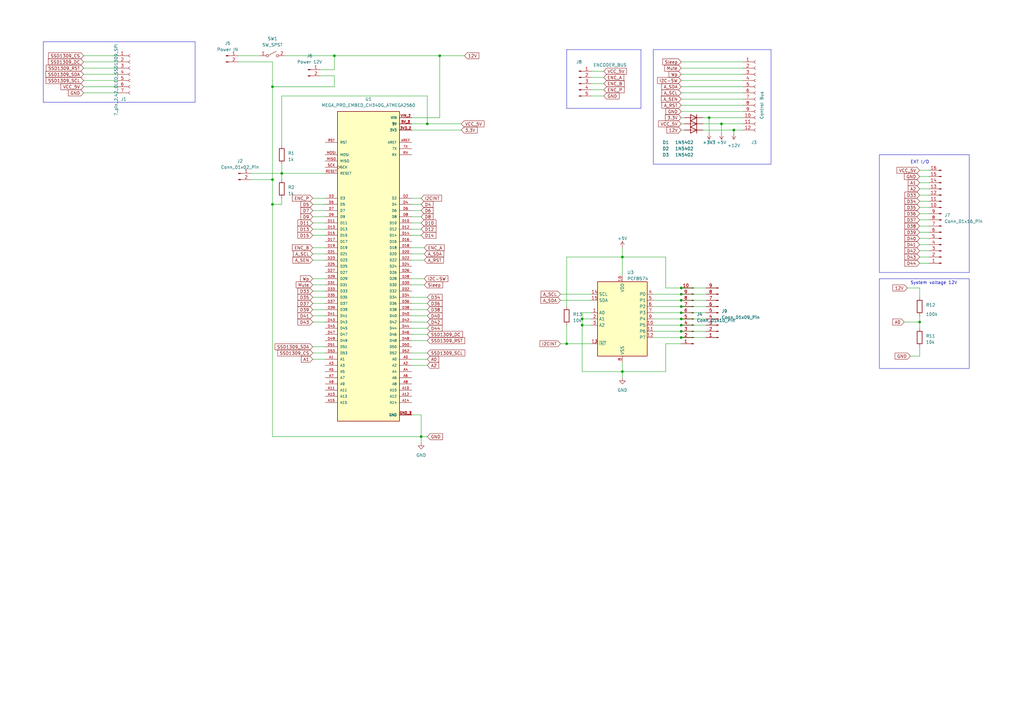
<source format=kicad_sch>
(kicad_sch (version 20230121) (generator eeschema)
  (paper "A3")
  (lib_symbols
    (symbol "+5V_1" (power) (pin_names (offset 0))
      (property "Value" "+5V_1" (at 0 3.556 0))
      (symbol "+5V_1_1_1"
        (pin power_in line (at 0 0 90) (length 0) hide (name "+5V") (number "1"))
      )
    )
    (symbol "Connector:Conn_01x02_Male" (pin_names (offset 1.016) hide)
      (property "Reference" "J" (at 0 2.54 0))
      (property "Value" "Conn_01x02_Male" (at 0 -5.08 0))
      (symbol "Conn_01x02_Male_1_1"
        (pin passive line (at 5.08 0 180) (length 3.81) (name "Pin_1") (number "1"))
        (pin passive line (at 5.08 -2.54 180) (length 3.81) (name "Pin_2") (number "2"))
      )
    )
    (symbol "Connector:Conn_01x02_Pin" (pin_names (offset 1.016) hide)
      (property "Reference" "J" (at 0 2.54 0))
      (property "Value" "Conn_01x02_Pin" (at 0 -5.08 0))
      (symbol "Conn_01x02_Pin_1_1"
        (pin passive line (at 5.08 0 180) (length 3.81) (name "Pin_1") (number "1"))
        (pin passive line (at 5.08 -2.54 180) (length 3.81) (name "Pin_2") (number "2"))
      )
    )
    (symbol "Connector:Conn_01x05_Male" (pin_names (offset 1.016) hide)
      (property "Reference" "J" (at 0 7.62 0))
      (property "Value" "Conn_01x05_Male" (at 0 -7.62 0))
      (symbol "Conn_01x05_Male_1_1"
        (pin passive line (at 5.08 5.08 180) (length 3.81) (name "Pin_1") (number "1"))
        (pin passive line (at 5.08 2.54 180) (length 3.81) (name "Pin_2") (number "2"))
        (pin passive line (at 5.08 0 180) (length 3.81) (name "Pin_3") (number "3"))
        (pin passive line (at 5.08 -2.54 180) (length 3.81) (name "Pin_4") (number "4"))
        (pin passive line (at 5.08 -5.08 180) (length 3.81) (name "Pin_5") (number "5"))
      )
    )
    (symbol "Connector:Conn_01x07_Female" (pin_names (offset 1.016) hide)
      (property "Reference" "J" (at 0 10.16 0))
      (property "Value" "Conn_01x07_Female" (at 0 -10.16 0))
      (symbol "Conn_01x07_Female_1_1"
        (pin passive line (at -5.08 7.62 0) (length 3.81) (name "Pin_1") (number "1"))
        (pin passive line (at -5.08 5.08 0) (length 3.81) (name "Pin_2") (number "2"))
        (pin passive line (at -5.08 2.54 0) (length 3.81) (name "Pin_3") (number "3"))
        (pin passive line (at -5.08 0 0) (length 3.81) (name "Pin_4") (number "4"))
        (pin passive line (at -5.08 -2.54 0) (length 3.81) (name "Pin_5") (number "5"))
        (pin passive line (at -5.08 -5.08 0) (length 3.81) (name "Pin_6") (number "6"))
        (pin passive line (at -5.08 -7.62 0) (length 3.81) (name "Pin_7") (number "7"))
      )
    )
    (symbol "Connector:Conn_01x09_Pin" (pin_names (offset 1.016) hide)
      (property "Reference" "J" (at 0 12.7 0))
      (property "Value" "Conn_01x09_Pin" (at 0 -12.7 0))
      (symbol "Conn_01x09_Pin_1_1"
        (pin passive line (at 5.08 10.16 180) (length 3.81) (name "Pin_1") (number "1"))
        (pin passive line (at 5.08 7.62 180) (length 3.81) (name "Pin_2") (number "2"))
        (pin passive line (at 5.08 5.08 180) (length 3.81) (name "Pin_3") (number "3"))
        (pin passive line (at 5.08 2.54 180) (length 3.81) (name "Pin_4") (number "4"))
        (pin passive line (at 5.08 0 180) (length 3.81) (name "Pin_5") (number "5"))
        (pin passive line (at 5.08 -2.54 180) (length 3.81) (name "Pin_6") (number "6"))
        (pin passive line (at 5.08 -5.08 180) (length 3.81) (name "Pin_7") (number "7"))
        (pin passive line (at 5.08 -7.62 180) (length 3.81) (name "Pin_8") (number "8"))
        (pin passive line (at 5.08 -10.16 180) (length 3.81) (name "Pin_9") (number "9"))
      )
    )
    (symbol "Connector:Conn_01x10_Pin" (pin_names (offset 1.016) hide)
      (property "Reference" "J" (at 0 12.7 0))
      (property "Value" "Conn_01x10_Pin" (at 0 -15.24 0))
      (symbol "Conn_01x10_Pin_1_1"
        (pin passive line (at 5.08 10.16 180) (length 3.81) (name "Pin_1") (number "1"))
        (pin passive line (at 5.08 -12.7 180) (length 3.81) (name "Pin_10") (number "10"))
        (pin passive line (at 5.08 7.62 180) (length 3.81) (name "Pin_2") (number "2"))
        (pin passive line (at 5.08 5.08 180) (length 3.81) (name "Pin_3") (number "3"))
        (pin passive line (at 5.08 2.54 180) (length 3.81) (name "Pin_4") (number "4"))
        (pin passive line (at 5.08 0 180) (length 3.81) (name "Pin_5") (number "5"))
        (pin passive line (at 5.08 -2.54 180) (length 3.81) (name "Pin_6") (number "6"))
        (pin passive line (at 5.08 -5.08 180) (length 3.81) (name "Pin_7") (number "7"))
        (pin passive line (at 5.08 -7.62 180) (length 3.81) (name "Pin_8") (number "8"))
        (pin passive line (at 5.08 -10.16 180) (length 3.81) (name "Pin_9") (number "9"))
      )
    )
    (symbol "Connector:Conn_01x12_Female" (pin_names (offset 1.016) hide)
      (property "Reference" "J" (at 0 15.24 0))
      (property "Value" "Conn_01x12_Female" (at 0 -17.78 0))
      (symbol "Conn_01x12_Female_1_1"
        (pin passive line (at -5.08 12.7 0) (length 3.81) (name "Pin_1") (number "1"))
        (pin passive line (at -5.08 -10.16 0) (length 3.81) (name "Pin_10") (number "10"))
        (pin passive line (at -5.08 -12.7 0) (length 3.81) (name "Pin_11") (number "11"))
        (pin passive line (at -5.08 -15.24 0) (length 3.81) (name "Pin_12") (number "12"))
        (pin passive line (at -5.08 10.16 0) (length 3.81) (name "Pin_2") (number "2"))
        (pin passive line (at -5.08 7.62 0) (length 3.81) (name "Pin_3") (number "3"))
        (pin passive line (at -5.08 5.08 0) (length 3.81) (name "Pin_4") (number "4"))
        (pin passive line (at -5.08 2.54 0) (length 3.81) (name "Pin_5") (number "5"))
        (pin passive line (at -5.08 0 0) (length 3.81) (name "Pin_6") (number "6"))
        (pin passive line (at -5.08 -2.54 0) (length 3.81) (name "Pin_7") (number "7"))
        (pin passive line (at -5.08 -5.08 0) (length 3.81) (name "Pin_8") (number "8"))
        (pin passive line (at -5.08 -7.62 0) (length 3.81) (name "Pin_9") (number "9"))
      )
    )
    (symbol "Connector:Conn_01x16_Pin" (pin_names (offset 1.016) hide)
      (property "Reference" "J" (at 0 20.32 0))
      (property "Value" "Conn_01x16_Pin" (at 0 -22.86 0))
      (symbol "Conn_01x16_Pin_1_1"
        (pin passive line (at 5.08 17.78 180) (length 3.81) (name "Pin_1") (number "1"))
        (pin passive line (at 5.08 -5.08 180) (length 3.81) (name "Pin_10") (number "10"))
        (pin passive line (at 5.08 -7.62 180) (length 3.81) (name "Pin_11") (number "11"))
        (pin passive line (at 5.08 -10.16 180) (length 3.81) (name "Pin_12") (number "12"))
        (pin passive line (at 5.08 -12.7 180) (length 3.81) (name "Pin_13") (number "13"))
        (pin passive line (at 5.08 -15.24 180) (length 3.81) (name "Pin_14") (number "14"))
        (pin passive line (at 5.08 -17.78 180) (length 3.81) (name "Pin_15") (number "15"))
        (pin passive line (at 5.08 -20.32 180) (length 3.81) (name "Pin_16") (number "16"))
        (pin passive line (at 5.08 15.24 180) (length 3.81) (name "Pin_2") (number "2"))
        (pin passive line (at 5.08 12.7 180) (length 3.81) (name "Pin_3") (number "3"))
        (pin passive line (at 5.08 10.16 180) (length 3.81) (name "Pin_4") (number "4"))
        (pin passive line (at 5.08 7.62 180) (length 3.81) (name "Pin_5") (number "5"))
        (pin passive line (at 5.08 5.08 180) (length 3.81) (name "Pin_6") (number "6"))
        (pin passive line (at 5.08 2.54 180) (length 3.81) (name "Pin_7") (number "7"))
        (pin passive line (at 5.08 0 180) (length 3.81) (name "Pin_8") (number "8"))
        (pin passive line (at 5.08 -2.54 180) (length 3.81) (name "Pin_9") (number "9"))
      )
    )
    (symbol "Device:R" (pin_numbers hide) (pin_names (offset 0))
      (property "Reference" "R" (at 2.032 0 90))
      (property "Value" "R" (at 0 0 90))
      (symbol "R_1_1"
        (pin passive line (at 0 3.81 270) (length 1.27) (name "~") (number "1"))
        (pin passive line (at 0 -3.81 90) (length 1.27) (name "~") (number "2"))
      )
    )
    (symbol "Diode:1N5402" (pin_numbers hide) (pin_names hide)
      (property "Reference" "D" (at 0 2.54 0))
      (property "Value" "1N5402" (at 0 -2.54 0))
      (symbol "1N5402_1_1"
        (pin passive line (at -3.81 0 0) (length 2.54) (name "K") (number "1"))
        (pin passive line (at 3.81 0 180) (length 2.54) (name "A") (number "2"))
      )
    )
    (symbol "Interface_Expansion:PCF8574"
      (property "Reference" "U" (at -8.89 16.51 0))
      (property "Value" "PCF8574" (at 2.54 16.51 0))
      (symbol "PCF8574_1_1"
        (pin input line (at -12.7 2.54 0) (length 2.54) (name "A0") (number "1"))
        (pin bidirectional line (at 12.7 -2.54 180) (length 2.54) (name "P5") (number "10"))
        (pin bidirectional line (at 12.7 -5.08 180) (length 2.54) (name "P6") (number "11"))
        (pin bidirectional line (at 12.7 -7.62 180) (length 2.54) (name "P7") (number "12"))
        (pin open_collector output_low (at -12.7 -10.16 0) (length 2.54) (name "~{INT}") (number "13"))
        (pin input line (at -12.7 10.16 0) (length 2.54) (name "SCL") (number "14"))
        (pin bidirectional line (at -12.7 7.62 0) (length 2.54) (name "SDA") (number "15"))
        (pin power_in line (at 0 17.78 270) (length 2.54) (name "VDD") (number "16"))
        (pin input line (at -12.7 0 0) (length 2.54) (name "A1") (number "2"))
        (pin input line (at -12.7 -2.54 0) (length 2.54) (name "A2") (number "3"))
        (pin bidirectional line (at 12.7 10.16 180) (length 2.54) (name "P0") (number "4"))
        (pin bidirectional line (at 12.7 7.62 180) (length 2.54) (name "P1") (number "5"))
        (pin bidirectional line (at 12.7 5.08 180) (length 2.54) (name "P2") (number "6"))
        (pin bidirectional line (at 12.7 2.54 180) (length 2.54) (name "P3") (number "7"))
        (pin power_in line (at 0 -17.78 90) (length 2.54) (name "VSS") (number "8"))
        (pin bidirectional line (at 12.7 0 180) (length 2.54) (name "P4") (number "9"))
      )
    )
    (symbol "MEGA2560:MEGA_PRO_EMBED_CH340G_ATMEGA2560" (pin_names (offset 1.016))
      (property "Reference" "U" (at -12.7 63.5 0))
      (property "Value" "MEGA_PRO_EMBED_CH340G_{slash}_ATMEGA2560" (at -12.7 -66.04 0))
      (symbol "MEGA_PRO_EMBED_CH340G_ATMEGA2560_0_0"
        (pin power_in line (at 17.78 55.88 180) (length 5.08) (name "3V3") (number "3V3_1"))
        (pin power_in line (at 17.78 55.88 180) (length 5.08) (name "3V3") (number "3V3_2"))
        (pin power_in line (at 17.78 58.42 180) (length 5.08) (name "5V") (number "5V_1"))
        (pin power_in line (at 17.78 58.42 180) (length 5.08) (name "5V") (number "5V_2"))
        (pin power_in line (at 17.78 58.42 180) (length 5.08) (name "5V") (number "5V_3"))
        (pin bidirectional line (at 17.78 -38.1 180) (length 5.08) (name "A0") (number "A0"))
        (pin bidirectional line (at -17.78 -38.1 0) (length 5.08) (name "A1") (number "A1"))
        (pin bidirectional line (at 17.78 -50.8 180) (length 5.08) (name "A10") (number "A10"))
        (pin bidirectional line (at -17.78 -50.8 0) (length 5.08) (name "A11") (number "A11"))
        (pin bidirectional line (at 17.78 -53.34 180) (length 5.08) (name "A12") (number "A12"))
        (pin bidirectional line (at -17.78 -53.34 0) (length 5.08) (name "A13") (number "A13"))
        (pin bidirectional line (at 17.78 -55.88 180) (length 5.08) (name "A14") (number "A14"))
        (pin bidirectional line (at -17.78 -55.88 0) (length 5.08) (name "A15") (number "A15"))
        (pin bidirectional line (at 17.78 -40.64 180) (length 5.08) (name "A2") (number "A2"))
        (pin bidirectional line (at -17.78 -40.64 0) (length 5.08) (name "A3") (number "A3"))
        (pin bidirectional line (at 17.78 -43.18 180) (length 5.08) (name "A4") (number "A4"))
        (pin bidirectional line (at -17.78 -43.18 0) (length 5.08) (name "A5") (number "A5"))
        (pin bidirectional line (at 17.78 -45.72 180) (length 5.08) (name "A6") (number "A6"))
        (pin bidirectional line (at -17.78 -45.72 0) (length 5.08) (name "A7") (number "A7"))
        (pin bidirectional line (at 17.78 -48.26 180) (length 5.08) (name "A8") (number "A8"))
        (pin bidirectional line (at -17.78 -48.26 0) (length 5.08) (name "A9") (number "A9"))
        (pin bidirectional line (at 17.78 50.8 180) (length 5.08) (name "AREF") (number "AREF"))
        (pin bidirectional line (at 17.78 17.78 180) (length 5.08) (name "D10") (number "D10"))
        (pin bidirectional line (at -17.78 17.78 0) (length 5.08) (name "D11") (number "D11"))
        (pin bidirectional line (at 17.78 15.24 180) (length 5.08) (name "D12") (number "D12"))
        (pin bidirectional line (at -17.78 15.24 0) (length 5.08) (name "D13") (number "D13"))
        (pin bidirectional line (at 17.78 12.7 180) (length 5.08) (name "D14") (number "D14"))
        (pin bidirectional line (at -17.78 12.7 0) (length 5.08) (name "D15") (number "D15"))
        (pin bidirectional line (at 17.78 10.16 180) (length 5.08) (name "D16") (number "D16"))
        (pin bidirectional line (at -17.78 10.16 0) (length 5.08) (name "D17") (number "D17"))
        (pin bidirectional line (at 17.78 7.62 180) (length 5.08) (name "D18") (number "D18"))
        (pin bidirectional line (at -17.78 7.62 0) (length 5.08) (name "D19") (number "D19"))
        (pin bidirectional line (at 17.78 27.94 180) (length 5.08) (name "D2") (number "D2"))
        (pin bidirectional line (at 17.78 5.08 180) (length 5.08) (name "D20") (number "D20"))
        (pin bidirectional line (at -17.78 5.08 0) (length 5.08) (name "D21") (number "D21"))
        (pin bidirectional line (at 17.78 2.54 180) (length 5.08) (name "D22") (number "D22"))
        (pin bidirectional line (at -17.78 2.54 0) (length 5.08) (name "D23") (number "D23"))
        (pin bidirectional line (at 17.78 0 180) (length 5.08) (name "D24") (number "D24"))
        (pin bidirectional line (at -17.78 0 0) (length 5.08) (name "D25") (number "D25"))
        (pin bidirectional line (at 17.78 -2.54 180) (length 5.08) (name "D26") (number "D26"))
        (pin bidirectional line (at -17.78 -2.54 0) (length 5.08) (name "D27") (number "D27"))
        (pin bidirectional line (at 17.78 -5.08 180) (length 5.08) (name "D28") (number "D28"))
        (pin bidirectional line (at -17.78 -5.08 0) (length 5.08) (name "D29") (number "D29"))
        (pin bidirectional line (at -17.78 27.94 0) (length 5.08) (name "D3") (number "D3"))
        (pin bidirectional line (at 17.78 -7.62 180) (length 5.08) (name "D30") (number "D30"))
        (pin bidirectional line (at -17.78 -7.62 0) (length 5.08) (name "D31") (number "D31"))
        (pin bidirectional line (at 17.78 -10.16 180) (length 5.08) (name "D32") (number "D32"))
        (pin bidirectional line (at -17.78 -10.16 0) (length 5.08) (name "D33") (number "D33"))
        (pin bidirectional line (at 17.78 -12.7 180) (length 5.08) (name "D34") (number "D34"))
        (pin bidirectional line (at -17.78 -12.7 0) (length 5.08) (name "D35") (number "D35"))
        (pin bidirectional line (at 17.78 -15.24 180) (length 5.08) (name "D36") (number "D36"))
        (pin bidirectional line (at -17.78 -15.24 0) (length 5.08) (name "D37") (number "D37"))
        (pin bidirectional line (at 17.78 -17.78 180) (length 5.08) (name "D38") (number "D38"))
        (pin bidirectional line (at -17.78 -17.78 0) (length 5.08) (name "D39") (number "D39"))
        (pin bidirectional line (at 17.78 25.4 180) (length 5.08) (name "D4") (number "D4"))
        (pin bidirectional line (at 17.78 -20.32 180) (length 5.08) (name "D40") (number "D40"))
        (pin bidirectional line (at -17.78 -20.32 0) (length 5.08) (name "D41") (number "D41"))
        (pin bidirectional line (at 17.78 -22.86 180) (length 5.08) (name "D42") (number "D42"))
        (pin bidirectional line (at -17.78 -22.86 0) (length 5.08) (name "D43") (number "D43"))
        (pin bidirectional line (at 17.78 -25.4 180) (length 5.08) (name "D44") (number "D44"))
        (pin bidirectional line (at -17.78 -25.4 0) (length 5.08) (name "D45") (number "D45"))
        (pin bidirectional line (at 17.78 -27.94 180) (length 5.08) (name "D46") (number "D46"))
        (pin bidirectional line (at -17.78 -27.94 0) (length 5.08) (name "D47") (number "D47"))
        (pin bidirectional line (at 17.78 -30.48 180) (length 5.08) (name "D48") (number "D48"))
        (pin bidirectional line (at -17.78 -30.48 0) (length 5.08) (name "D49") (number "D49"))
        (pin bidirectional line (at -17.78 25.4 0) (length 5.08) (name "D5") (number "D5"))
        (pin bidirectional line (at 17.78 -33.02 180) (length 5.08) (name "D50") (number "D50"))
        (pin bidirectional line (at -17.78 -33.02 0) (length 5.08) (name "D51") (number "D51"))
        (pin bidirectional line (at 17.78 -35.56 180) (length 5.08) (name "D52") (number "D52"))
        (pin bidirectional line (at -17.78 -35.56 0) (length 5.08) (name "D53") (number "D53"))
        (pin bidirectional line (at 17.78 22.86 180) (length 5.08) (name "D6") (number "D6"))
        (pin bidirectional line (at -17.78 22.86 0) (length 5.08) (name "D7") (number "D7"))
        (pin bidirectional line (at 17.78 20.32 180) (length 5.08) (name "D8") (number "D8"))
        (pin bidirectional line (at -17.78 20.32 0) (length 5.08) (name "D9") (number "D9"))
        (pin power_in line (at 17.78 -60.96 180) (length 5.08) (name "GND") (number "GND_1"))
        (pin power_in line (at 17.78 -60.96 180) (length 5.08) (name "GND") (number "GND_2"))
        (pin power_in line (at 17.78 -60.96 180) (length 5.08) (name "GND") (number "GND_3"))
        (pin bidirectional line (at -17.78 43.18 0) (length 5.08) (name "MISO") (number "MISO"))
        (pin bidirectional line (at -17.78 45.72 0) (length 5.08) (name "MOSI") (number "MOSI"))
        (pin input line (at -17.78 38.1 0) (length 5.08) (name "RESET") (number "RESET"))
        (pin input line (at -17.78 50.8 0) (length 5.08) (name "RST") (number "RST"))
        (pin input line (at 17.78 45.72 180) (length 5.08) (name "RX") (number "RX"))
        (pin bidirectional clock (at -17.78 40.64 0) (length 5.08) (name "SCK") (number "SCK"))
        (pin output line (at 17.78 48.26 180) (length 5.08) (name "TX") (number "TX"))
        (pin power_in line (at 17.78 60.96 180) (length 5.08) (name "VIN") (number "VIN_1"))
        (pin power_in line (at 17.78 60.96 180) (length 5.08) (name "VIN") (number "VIN_2"))
      )
    )
    (symbol "Switch:SW_SPST" (pin_names (offset 0) hide)
      (property "Reference" "SW" (at 0 3.175 0))
      (property "Value" "SW_SPST" (at 0 -2.54 0))
      (symbol "SW_SPST_1_1"
        (pin passive line (at -5.08 0 0) (length 2.54) (name "A") (number "1"))
        (pin passive line (at 5.08 0 180) (length 2.54) (name "B") (number "2"))
      )
    )
    (symbol "power:+12V" (power) (pin_names (offset 0))
      (property "Value" "+12V" (at 0 3.556 0))
      (symbol "+12V_1_1"
        (pin power_in line (at 0 0 90) (length 0) hide (name "+12V") (number "1"))
      )
    )
    (symbol "power:+3.3V" (power) (pin_names (offset 0))
      (property "Value" "+3.3V" (at 0 3.556 0))
      (symbol "+3.3V_1_1"
        (pin power_in line (at 0 0 90) (length 0) hide (name "+3V3") (number "1"))
      )
    )
    (symbol "power:GND" (power) (pin_names (offset 0))
      (property "Value" "GND" (at 0 -3.81 0))
      (symbol "GND_1_1"
        (pin power_in line (at 0 0 270) (length 0) hide (name "GND") (number "1"))
      )
    )
  )
  (junction (at 295.91 50.8))
  (junction (at 238.76 133.35))
  (junction (at 180.34 22.86))
  (junction (at 279.4 130.81))
  (junction (at 172.72 179.07))
  (junction (at 111.76 73.66))
  (junction (at 279.4 135.89))
  (junction (at 111.76 83.82))
  (junction (at 115.57 71.12))
  (junction (at 255.27 152.4))
  (junction (at 111.76 35.56))
  (junction (at 279.4 138.43))
  (junction (at 279.4 128.27))
  (junction (at 290.83 48.26))
  (junction (at 137.16 22.86))
  (junction (at 255.27 105.41))
  (junction (at 232.41 140.97))
  (junction (at 279.4 118.11))
  (junction (at 279.4 120.65))
  (junction (at 238.76 130.81))
  (junction (at 279.4 125.73))
  (junction (at 300.99 53.34))
  (junction (at 377.19 132.08))
  (junction (at 279.4 133.35))
  (junction (at 279.4 123.19))
  (junction (at 175.26 50.8))
  (wire (pts (xy 304.8 48.26) (xy 290.83 48.26)))
  (wire (pts (xy 279.4 118.11) (xy 273.05 118.11)))
  (wire (pts (xy 280.67 53.34) (xy 279.4 53.34)))
  (wire (pts (xy 128.27 88.9) (xy 133.35 88.9)))
  (polyline (pts (xy 360.68 63.5) (xy 397.51 63.5)))
  (wire (pts (xy 267.97 128.27) (xy 279.4 128.27)))
  (wire (pts (xy 168.91 50.8) (xy 175.26 50.8)))
  (polyline (pts (xy 316.23 67.31) (xy 267.97 67.31)))
  (wire (pts (xy 238.76 128.27) (xy 242.57 128.27)))
  (wire (pts (xy 267.97 130.81) (xy 279.4 130.81)))
  (wire (pts (xy 273.05 118.11) (xy 273.05 105.41)))
  (wire (pts (xy 279.4 138.43) (xy 289.56 138.43)))
  (polyline (pts (xy 397.51 111.76) (xy 397.51 63.5)))
  (wire (pts (xy 238.76 133.35) (xy 242.57 133.35)))
  (wire (pts (xy 381 102.87) (xy 377.19 102.87)))
  (wire (pts (xy 238.76 130.81) (xy 242.57 130.81)))
  (wire (pts (xy 115.57 39.37) (xy 115.57 59.69)))
  (polyline (pts (xy 267.97 20.32) (xy 267.97 67.31)))
  (polyline (pts (xy 232.41 20.32) (xy 262.89 20.32)))
  (wire (pts (xy 300.99 53.34) (xy 300.99 54.61)))
  (wire (pts (xy 238.76 152.4) (xy 238.76 133.35)))
  (wire (pts (xy 290.83 54.61) (xy 290.83 48.26)))
  (wire (pts (xy 34.29 22.86) (xy 48.26 22.86)))
  (wire (pts (xy 168.91 139.7) (xy 175.26 139.7)))
  (wire (pts (xy 381 80.01) (xy 377.19 80.01)))
  (wire (pts (xy 128.27 116.84) (xy 133.35 116.84)))
  (polyline (pts (xy 267.97 20.32) (xy 316.23 20.32)))
  (wire (pts (xy 172.72 179.07) (xy 175.26 179.07)))
  (wire (pts (xy 377.19 132.08) (xy 377.19 134.62)))
  (wire (pts (xy 373.38 146.05) (xy 377.19 146.05)))
  (wire (pts (xy 128.27 124.46) (xy 133.35 124.46)))
  (wire (pts (xy 229.87 123.19) (xy 242.57 123.19)))
  (wire (pts (xy 168.91 53.34) (xy 189.23 53.34)))
  (wire (pts (xy 377.19 77.47) (xy 381 77.47)))
  (wire (pts (xy 279.4 133.35) (xy 289.56 133.35)))
  (wire (pts (xy 381 90.17) (xy 377.19 90.17)))
  (wire (pts (xy 267.97 123.19) (xy 279.4 123.19)))
  (wire (pts (xy 34.29 30.48) (xy 48.26 30.48)))
  (wire (pts (xy 102.87 71.12) (xy 115.57 71.12)))
  (wire (pts (xy 242.57 39.37) (xy 247.65 39.37)))
  (wire (pts (xy 180.34 48.26) (xy 180.34 22.86)))
  (wire (pts (xy 381 100.33) (xy 377.19 100.33)))
  (wire (pts (xy 115.57 71.12) (xy 133.35 71.12)))
  (wire (pts (xy 168.91 104.14) (xy 173.99 104.14)))
  (wire (pts (xy 304.8 40.64) (xy 279.4 40.64)))
  (polyline (pts (xy 80.01 41.91) (xy 80.01 17.145)))
  (wire (pts (xy 128.27 142.24) (xy 133.35 142.24)))
  (polyline (pts (xy 262.89 20.32) (xy 262.89 44.45)))
  (wire (pts (xy 381 92.71) (xy 377.19 92.71)))
  (wire (pts (xy 304.8 45.72) (xy 279.4 45.72)))
  (wire (pts (xy 128.27 91.44) (xy 133.35 91.44)))
  (wire (pts (xy 115.57 81.28) (xy 115.57 83.82)))
  (wire (pts (xy 137.16 28.575) (xy 137.16 22.86)))
  (wire (pts (xy 279.4 135.89) (xy 289.56 135.89)))
  (wire (pts (xy 128.27 144.78) (xy 133.35 144.78)))
  (wire (pts (xy 238.76 130.81) (xy 238.76 128.27)))
  (wire (pts (xy 128.27 81.28) (xy 133.35 81.28)))
  (wire (pts (xy 97.79 22.86) (xy 106.68 22.86)))
  (wire (pts (xy 168.91 124.46) (xy 175.26 124.46)))
  (wire (pts (xy 168.91 48.26) (xy 180.34 48.26)))
  (wire (pts (xy 128.27 106.68) (xy 133.35 106.68)))
  (wire (pts (xy 267.97 125.73) (xy 279.4 125.73)))
  (wire (pts (xy 377.19 69.85) (xy 381 69.85)))
  (wire (pts (xy 111.76 73.66) (xy 111.76 35.56)))
  (wire (pts (xy 279.4 120.65) (xy 289.56 120.65)))
  (wire (pts (xy 168.91 114.3) (xy 173.99 114.3)))
  (wire (pts (xy 34.29 27.94) (xy 48.26 27.94)))
  (wire (pts (xy 255.27 101.6) (xy 255.27 105.41)))
  (wire (pts (xy 381 107.95) (xy 377.19 107.95)))
  (wire (pts (xy 381 85.09) (xy 377.19 85.09)))
  (wire (pts (xy 168.91 86.36) (xy 172.72 86.36)))
  (wire (pts (xy 255.27 105.41) (xy 255.27 113.03)))
  (wire (pts (xy 381 97.79) (xy 377.19 97.79)))
  (wire (pts (xy 131.445 31.115) (xy 137.16 31.115)))
  (wire (pts (xy 300.99 53.34) (xy 288.29 53.34)))
  (wire (pts (xy 273.05 152.4) (xy 255.27 152.4)))
  (wire (pts (xy 128.27 114.3) (xy 133.35 114.3)))
  (wire (pts (xy 377.19 74.93) (xy 381 74.93)))
  (polyline (pts (xy 17.78 17.145) (xy 17.78 41.91)))
  (wire (pts (xy 102.87 73.66) (xy 111.76 73.66)))
  (wire (pts (xy 168.91 101.6) (xy 173.99 101.6)))
  (wire (pts (xy 128.27 121.92) (xy 133.35 121.92)))
  (wire (pts (xy 128.27 127) (xy 133.35 127)))
  (wire (pts (xy 267.97 138.43) (xy 279.4 138.43)))
  (wire (pts (xy 267.97 135.89) (xy 279.4 135.89)))
  (wire (pts (xy 128.27 147.32) (xy 133.35 147.32)))
  (wire (pts (xy 232.41 140.97) (xy 242.57 140.97)))
  (wire (pts (xy 255.27 148.59) (xy 255.27 152.4)))
  (wire (pts (xy 168.91 137.16) (xy 175.26 137.16)))
  (wire (pts (xy 290.83 48.26) (xy 288.29 48.26)))
  (wire (pts (xy 295.91 50.8) (xy 288.29 50.8)))
  (wire (pts (xy 34.29 25.4) (xy 48.26 25.4)))
  (wire (pts (xy 279.4 25.4) (xy 304.8 25.4)))
  (wire (pts (xy 128.27 93.98) (xy 133.35 93.98)))
  (wire (pts (xy 304.8 43.18) (xy 279.4 43.18)))
  (wire (pts (xy 168.91 93.98) (xy 172.72 93.98)))
  (wire (pts (xy 304.8 53.34) (xy 300.99 53.34)))
  (polyline (pts (xy 360.68 111.76) (xy 397.51 111.76)))
  (wire (pts (xy 168.91 170.18) (xy 172.72 170.18)))
  (wire (pts (xy 229.87 120.65) (xy 242.57 120.65)))
  (wire (pts (xy 168.91 116.84) (xy 173.99 116.84)))
  (wire (pts (xy 255.27 105.41) (xy 273.05 105.41)))
  (wire (pts (xy 370.84 132.08) (xy 377.19 132.08)))
  (wire (pts (xy 381 105.41) (xy 377.19 105.41)))
  (polyline (pts (xy 262.89 44.45) (xy 232.41 44.45)))
  (polyline (pts (xy 232.41 20.32) (xy 232.41 44.45)))
  (wire (pts (xy 238.76 152.4) (xy 255.27 152.4)))
  (wire (pts (xy 168.91 96.52) (xy 172.72 96.52)))
  (wire (pts (xy 273.05 140.97) (xy 273.05 152.4)))
  (wire (pts (xy 279.4 118.11) (xy 289.56 118.11)))
  (wire (pts (xy 280.67 48.26) (xy 279.4 48.26)))
  (wire (pts (xy 168.91 88.9) (xy 172.72 88.9)))
  (wire (pts (xy 242.57 31.75) (xy 247.65 31.75)))
  (wire (pts (xy 34.29 35.56) (xy 48.26 35.56)))
  (wire (pts (xy 304.8 30.48) (xy 279.4 30.48)))
  (wire (pts (xy 381 82.55) (xy 377.19 82.55)))
  (wire (pts (xy 175.26 50.8) (xy 175.26 39.37)))
  (wire (pts (xy 267.97 120.65) (xy 279.4 120.65)))
  (wire (pts (xy 168.91 83.82) (xy 172.72 83.82)))
  (wire (pts (xy 137.16 22.86) (xy 180.34 22.86)))
  (wire (pts (xy 232.41 133.35) (xy 232.41 140.97)))
  (wire (pts (xy 128.27 83.82) (xy 133.35 83.82)))
  (wire (pts (xy 168.91 106.68) (xy 173.99 106.68)))
  (wire (pts (xy 168.91 81.28) (xy 172.72 81.28)))
  (wire (pts (xy 137.16 31.115) (xy 137.16 35.56)))
  (wire (pts (xy 279.4 123.19) (xy 289.56 123.19)))
  (wire (pts (xy 168.91 134.62) (xy 175.26 134.62)))
  (wire (pts (xy 128.27 96.52) (xy 133.35 96.52)))
  (wire (pts (xy 372.11 118.11) (xy 377.19 118.11)))
  (wire (pts (xy 128.27 86.36) (xy 133.35 86.36)))
  (wire (pts (xy 168.91 129.54) (xy 175.26 129.54)))
  (wire (pts (xy 242.57 34.29) (xy 247.65 34.29)))
  (wire (pts (xy 377.19 129.54) (xy 377.19 132.08)))
  (wire (pts (xy 168.91 144.78) (xy 175.26 144.78)))
  (wire (pts (xy 295.91 54.61) (xy 295.91 50.8)))
  (wire (pts (xy 267.97 133.35) (xy 279.4 133.35)))
  (wire (pts (xy 377.19 118.11) (xy 377.19 121.92)))
  (polyline (pts (xy 17.78 41.91) (xy 80.01 41.91)))
  (polyline (pts (xy 17.78 41.91) (xy 17.78 41.91)))
  (wire (pts (xy 304.8 38.1) (xy 279.4 38.1)))
  (wire (pts (xy 111.76 25.4) (xy 111.76 35.56)))
  (wire (pts (xy 115.57 71.12) (xy 115.57 73.66)))
  (wire (pts (xy 175.26 39.37) (xy 115.57 39.37)))
  (wire (pts (xy 279.4 128.27) (xy 289.56 128.27)))
  (polyline (pts (xy 316.23 20.32) (xy 316.23 67.31)))
  (wire (pts (xy 304.8 35.56) (xy 279.4 35.56)))
  (polyline (pts (xy 360.68 63.5) (xy 360.68 111.76)))
  (wire (pts (xy 279.4 125.73) (xy 289.56 125.73)))
  (wire (pts (xy 304.8 33.02) (xy 279.4 33.02)))
  (polyline (pts (xy 80.01 17.145) (xy 17.78 17.145)))
  (wire (pts (xy 172.72 170.18) (xy 172.72 179.07)))
  (wire (pts (xy 128.27 119.38) (xy 133.35 119.38)))
  (wire (pts (xy 229.87 140.97) (xy 232.41 140.97)))
  (wire (pts (xy 111.76 25.4) (xy 97.79 25.4)))
  (wire (pts (xy 279.4 130.81) (xy 289.56 130.81)))
  (wire (pts (xy 255.27 152.4) (xy 255.27 154.94)))
  (wire (pts (xy 115.57 67.31) (xy 115.57 71.12)))
  (wire (pts (xy 128.27 129.54) (xy 133.35 129.54)))
  (wire (pts (xy 280.67 50.8) (xy 279.4 50.8)))
  (wire (pts (xy 377.19 72.39) (xy 381 72.39)))
  (wire (pts (xy 111.76 179.07) (xy 172.72 179.07)))
  (wire (pts (xy 168.91 91.44) (xy 172.72 91.44)))
  (wire (pts (xy 377.19 87.63) (xy 381 87.63)))
  (wire (pts (xy 116.84 22.86) (xy 137.16 22.86)))
  (wire (pts (xy 128.27 132.08) (xy 133.35 132.08)))
  (wire (pts (xy 168.91 147.32) (xy 175.26 147.32)))
  (wire (pts (xy 168.91 127) (xy 175.26 127)))
  (wire (pts (xy 111.76 83.82) (xy 111.76 73.66)))
  (wire (pts (xy 232.41 105.41) (xy 255.27 105.41)))
  (wire (pts (xy 111.76 179.07) (xy 111.76 83.82)))
  (wire (pts (xy 304.8 27.94) (xy 279.4 27.94)))
  (wire (pts (xy 34.29 33.02) (xy 48.26 33.02)))
  (wire (pts (xy 180.34 22.86) (xy 190.5 22.86)))
  (wire (pts (xy 115.57 83.82) (xy 111.76 83.82)))
  (wire (pts (xy 131.445 28.575) (xy 137.16 28.575)))
  (wire (pts (xy 242.57 36.83) (xy 247.65 36.83)))
  (wire (pts (xy 295.91 50.8) (xy 304.8 50.8)))
  (wire (pts (xy 168.91 121.92) (xy 175.26 121.92)))
  (wire (pts (xy 128.27 101.6) (xy 133.35 101.6)))
  (wire (pts (xy 377.19 142.24) (xy 377.19 146.05)))
  (wire (pts (xy 128.27 104.14) (xy 133.35 104.14)))
  (wire (pts (xy 168.91 149.86) (xy 175.26 149.86)))
  (wire (pts (xy 238.76 133.35) (xy 238.76 130.81)))
  (wire (pts (xy 279.4 140.97) (xy 273.05 140.97)))
  (wire (pts (xy 381 95.25) (xy 377.19 95.25)))
  (wire (pts (xy 137.16 35.56) (xy 111.76 35.56)))
  (wire (pts (xy 175.26 50.8) (xy 189.23 50.8)))
  (wire (pts (xy 34.29 38.1) (xy 48.26 38.1)))
  (wire (pts (xy 172.72 179.07) (xy 172.72 181.61)))
  (wire (pts (xy 232.41 125.73) (xy 232.41 105.41)))
  (wire (pts (xy 168.91 132.08) (xy 175.26 132.08)))
  (wire (pts (xy 242.57 29.21) (xy 247.65 29.21)))
  (rectangle (start 360.68 114.3) (end 397.51 151.13))
  (text "System voltage 12V" (at 373.38 116.84 0) (effects (font (size 1.27 1.27)) (justify left bottom)))
  (text "EXT I/O" (at 373.38 67.31 0) (effects (font (size 1.27 1.27)) (justify left bottom)))
  (global_label "D38" (shape input) (at 377.19 92.71 180) (property "Intersheetrefs" "${INTERSHEET_REFS}" (effects hide)))
  (global_label "D35" (shape input) (at 377.19 85.09 180) (property "Intersheetrefs" "${INTERSHEET_REFS}" (effects hide)))
  (global_label "12V" (shape input) (at 279.4 53.34 180) (property "Intersheetrefs" "${INTERSHEET_REFS}" (effects hide)))
  (global_label "ENC_A" (shape input) (at 247.65 31.75 0) (property "Intersheetrefs" "${INTERSHEET_REFS}" (effects hide)))
  (global_label "D33" (shape input) (at 128.27 119.38 180) (property "Intersheetrefs" "${INTERSHEET_REFS}" (effects hide)))
  (global_label "D34" (shape input) (at 175.26 121.92 0) (property "Intersheetrefs" "${INTERSHEET_REFS}" (effects hide)))
  (global_label "12V" (shape input) (at 190.5 22.86 0) (property "Intersheetrefs" "${INTERSHEET_REFS}" (effects hide)))
  (global_label "D11" (shape input) (at 128.27 91.44 180) (property "Intersheetrefs" "${INTERSHEET_REFS}" (effects hide)))
  (global_label "I2CINT" (shape input) (at 172.72 81.28 0) (property "Intersheetrefs" "${INTERSHEET_REFS}" (effects hide)))
  (global_label "VCC_5V" (shape input) (at 247.65 29.21 0) (property "Intersheetrefs" "${INTERSHEET_REFS}" (effects hide)))
  (global_label "A1" (shape input) (at 128.27 147.32 180) (property "Intersheetrefs" "${INTERSHEET_REFS}" (effects hide)))
  (global_label "SSD1309_SCL" (shape input) (at 175.26 144.78 0) (property "Intersheetrefs" "${INTERSHEET_REFS}" (effects hide)))
  (global_label "D41" (shape input) (at 128.27 129.54 180) (property "Intersheetrefs" "${INTERSHEET_REFS}" (effects hide)))
  (global_label "GND" (shape input) (at 247.65 39.37 0) (property "Intersheetrefs" "${INTERSHEET_REFS}" (effects hide)))
  (global_label "D35" (shape input) (at 128.27 121.92 180) (property "Intersheetrefs" "${INTERSHEET_REFS}" (effects hide)))
  (global_label "D39" (shape input) (at 128.27 127 180) (property "Intersheetrefs" "${INTERSHEET_REFS}" (effects hide)))
  (global_label "SSD1309_RST" (shape input) (at 175.26 139.7 0) (property "Intersheetrefs" "${INTERSHEET_REFS}" (effects hide)))
  (global_label "SSD1309_CS" (shape input) (at 128.27 144.78 180) (property "Intersheetrefs" "${INTERSHEET_REFS}" (effects hide)))
  (global_label "GND" (shape input) (at 175.26 179.07 0) (property "Intersheetrefs" "${INTERSHEET_REFS}" (effects hide)))
  (global_label "D13" (shape input) (at 128.27 93.98 180) (property "Intersheetrefs" "${INTERSHEET_REFS}" (effects hide)))
  (global_label "GND" (shape input) (at 34.29 38.1 180) (property "Intersheetrefs" "${INTERSHEET_REFS}" (effects hide)))
  (global_label "D7" (shape input) (at 128.27 86.36 180) (property "Intersheetrefs" "${INTERSHEET_REFS}" (effects hide)))
  (global_label "D4" (shape input) (at 172.72 83.82 0) (property "Intersheetrefs" "${INTERSHEET_REFS}" (effects hide)))
  (global_label "Mute" (shape input) (at 279.4 27.94 180) (property "Intersheetrefs" "${INTERSHEET_REFS}" (effects hide)))
  (global_label "GND" (shape input) (at 373.38 146.05 180) (property "Intersheetrefs" "${INTERSHEET_REFS}" (effects hide)))
  (global_label "D14" (shape input) (at 172.72 96.52 0) (property "Intersheetrefs" "${INTERSHEET_REFS}" (effects hide)))
  (global_label "D40" (shape input) (at 377.19 97.79 180) (property "Intersheetrefs" "${INTERSHEET_REFS}" (effects hide)))
  (global_label "ENC_P" (shape input) (at 128.27 81.28 180) (property "Intersheetrefs" "${INTERSHEET_REFS}" (effects hide)))
  (global_label "GND" (shape input) (at 377.19 72.39 180) (property "Intersheetrefs" "${INTERSHEET_REFS}" (effects hide)))
  (global_label "A_SEN" (shape input) (at 279.4 40.64 180) (property "Intersheetrefs" "${INTERSHEET_REFS}" (effects hide)))
  (global_label "Mute" (shape input) (at 128.27 116.84 180) (property "Intersheetrefs" "${INTERSHEET_REFS}" (effects hide)))
  (global_label "SSD1309_DC" (shape input) (at 175.26 137.16 0) (property "Intersheetrefs" "${INTERSHEET_REFS}" (effects hide)))
  (global_label "VCC_5V" (shape input) (at 189.23 50.8 0) (property "Intersheetrefs" "${INTERSHEET_REFS}" (effects hide)))
  (global_label "VCC_5V" (shape input) (at 377.19 69.85 180) (property "Intersheetrefs" "${INTERSHEET_REFS}" (effects hide)))
  (global_label "D9" (shape input) (at 128.27 88.9 180) (property "Intersheetrefs" "${INTERSHEET_REFS}" (effects hide)))
  (global_label "A_RST" (shape input) (at 173.99 106.68 0) (property "Intersheetrefs" "${INTERSHEET_REFS}" (effects hide)))
  (global_label "A_SDA" (shape input) (at 173.99 104.14 0) (property "Intersheetrefs" "${INTERSHEET_REFS}" (effects hide)))
  (global_label "A2" (shape input) (at 175.26 149.86 0) (property "Intersheetrefs" "${INTERSHEET_REFS}" (effects hide)))
  (global_label "D38" (shape input) (at 175.26 127 0) (property "Intersheetrefs" "${INTERSHEET_REFS}" (effects hide)))
  (global_label "A2" (shape input) (at 377.19 77.47 180) (property "Intersheetrefs" "${INTERSHEET_REFS}" (effects hide)))
  (global_label "D37" (shape input) (at 377.19 90.17 180) (property "Intersheetrefs" "${INTERSHEET_REFS}" (effects hide)))
  (global_label "GND" (shape input) (at 279.4 45.72 180) (property "Intersheetrefs" "${INTERSHEET_REFS}" (effects hide)))
  (global_label "D44" (shape input) (at 175.26 134.62 0) (property "Intersheetrefs" "${INTERSHEET_REFS}" (effects hide)))
  (global_label "D37" (shape input) (at 128.27 124.46 180) (property "Intersheetrefs" "${INTERSHEET_REFS}" (effects hide)))
  (global_label "D6" (shape input) (at 172.72 86.36 0) (property "Intersheetrefs" "${INTERSHEET_REFS}" (effects hide)))
  (global_label "I2CINT" (shape input) (at 229.87 140.97 180) (property "Intersheetrefs" "${INTERSHEET_REFS}" (effects hide)))
  (global_label "3.3V" (shape input) (at 279.4 48.26 180) (property "Intersheetrefs" "${INTERSHEET_REFS}" (effects hide)))
  (global_label "SSD1309_SDA" (shape input) (at 34.29 30.48 180) (property "Intersheetrefs" "${INTERSHEET_REFS}" (effects hide)))
  (global_label "A_SCL" (shape input) (at 229.87 120.65 180) (property "Intersheetrefs" "${INTERSHEET_REFS}" (effects hide)))
  (global_label "VCC_5V" (shape input) (at 34.29 35.56 180) (property "Intersheetrefs" "${INTERSHEET_REFS}" (effects hide)))
  (global_label "I2C-SW" (shape input) (at 279.4 33.02 180) (property "Intersheetrefs" "${INTERSHEET_REFS}" (effects hide)))
  (global_label "D36" (shape input) (at 175.26 124.46 0) (property "Intersheetrefs" "${INTERSHEET_REFS}" (effects hide)))
  (global_label "ENC_B" (shape input) (at 247.65 34.29 0) (property "Intersheetrefs" "${INTERSHEET_REFS}" (effects hide)))
  (global_label "A0" (shape input) (at 175.26 147.32 0) (property "Intersheetrefs" "${INTERSHEET_REFS}" (effects hide)))
  (global_label "SSD1309_DC" (shape input) (at 34.29 25.4 180) (property "Intersheetrefs" "${INTERSHEET_REFS}" (effects hide)))
  (global_label "D41" (shape input) (at 377.19 100.33 180) (property "Intersheetrefs" "${INTERSHEET_REFS}" (effects hide)))
  (global_label "D12" (shape input) (at 172.72 93.98 0) (property "Intersheetrefs" "${INTERSHEET_REFS}" (effects hide)))
  (global_label "A1" (shape input) (at 377.19 74.93 180) (property "Intersheetrefs" "${INTERSHEET_REFS}" (effects hide)))
  (global_label "D40" (shape input) (at 175.26 129.54 0) (property "Intersheetrefs" "${INTERSHEET_REFS}" (effects hide)))
  (global_label "ENC_P" (shape input) (at 247.65 36.83 0) (property "Intersheetrefs" "${INTERSHEET_REFS}" (effects hide)))
  (global_label "D8" (shape input) (at 172.72 88.9 0) (property "Intersheetrefs" "${INTERSHEET_REFS}" (effects hide)))
  (global_label "Wp" (shape input) (at 279.4 30.48 180) (property "Intersheetrefs" "${INTERSHEET_REFS}" (effects hide)))
  (global_label "ENC_A" (shape input) (at 173.99 101.6 0) (property "Intersheetrefs" "${INTERSHEET_REFS}" (effects hide)))
  (global_label "A0" (shape input) (at 370.84 132.08 180) (property "Intersheetrefs" "${INTERSHEET_REFS}" (effects hide)))
  (global_label "D43" (shape input) (at 128.27 132.08 180) (property "Intersheetrefs" "${INTERSHEET_REFS}" (effects hide)))
  (global_label "D36" (shape input) (at 377.19 87.63 180) (property "Intersheetrefs" "${INTERSHEET_REFS}" (effects hide)))
  (global_label "SSD1309_RST" (shape input) (at 34.29 27.94 180) (property "Intersheetrefs" "${INTERSHEET_REFS}" (effects hide)))
  (global_label "Wp" (shape input) (at 128.27 114.3 180) (property "Intersheetrefs" "${INTERSHEET_REFS}" (effects hide)))
  (global_label "A_SCL" (shape input) (at 279.4 38.1 180) (property "Intersheetrefs" "${INTERSHEET_REFS}" (effects hide)))
  (global_label "D43" (shape input) (at 377.19 105.41 180) (property "Intersheetrefs" "${INTERSHEET_REFS}" (effects hide)))
  (global_label "D15" (shape input) (at 128.27 96.52 180) (property "Intersheetrefs" "${INTERSHEET_REFS}" (effects hide)))
  (global_label "SSD1309_SCL" (shape input) (at 34.29 33.02 180) (property "Intersheetrefs" "${INTERSHEET_REFS}" (effects hide)))
  (global_label "D44" (shape input) (at 377.19 107.95 180) (property "Intersheetrefs" "${INTERSHEET_REFS}" (effects hide)))
  (global_label "Sleep" (shape input) (at 173.99 116.84 0) (property "Intersheetrefs" "${INTERSHEET_REFS}" (effects hide)))
  (global_label "SSD1309_SDA" (shape input) (at 128.27 142.24 180) (property "Intersheetrefs" "${INTERSHEET_REFS}" (effects hide)))
  (global_label "D33" (shape input) (at 377.19 80.01 180) (property "Intersheetrefs" "${INTERSHEET_REFS}" (effects hide)))
  (global_label "A_SDA" (shape input) (at 279.4 35.56 180) (property "Intersheetrefs" "${INTERSHEET_REFS}" (effects hide)))
  (global_label "D42" (shape input) (at 377.19 102.87 180) (property "Intersheetrefs" "${INTERSHEET_REFS}" (effects hide)))
  (global_label "A_SDA" (shape input) (at 229.87 123.19 180) (property "Intersheetrefs" "${INTERSHEET_REFS}" (effects hide)))
  (global_label "Sleep" (shape input) (at 279.4 25.4 180) (property "Intersheetrefs" "${INTERSHEET_REFS}" (effects hide)))
  (global_label "D42" (shape input) (at 175.26 132.08 0) (property "Intersheetrefs" "${INTERSHEET_REFS}" (effects hide)))
  (global_label "3.3V" (shape input) (at 189.23 53.34 0) (property "Intersheetrefs" "${INTERSHEET_REFS}" (effects hide)))
  (global_label "VCC_5V" (shape input) (at 279.4 50.8 180) (property "Intersheetrefs" "${INTERSHEET_REFS}" (effects hide)))
  (global_label "A_SCL" (shape input) (at 128.27 104.14 180) (property "Intersheetrefs" "${INTERSHEET_REFS}" (effects hide)))
  (global_label "D5" (shape input) (at 128.27 83.82 180) (property "Intersheetrefs" "${INTERSHEET_REFS}" (effects hide)))
  (global_label "SSD1309_CS" (shape input) (at 34.29 22.86 180) (property "Intersheetrefs" "${INTERSHEET_REFS}" (effects hide)))
  (global_label "I2C-SW" (shape input) (at 173.99 114.3 0) (property "Intersheetrefs" "${INTERSHEET_REFS}" (effects hide)))
  (global_label "D34" (shape input) (at 377.19 82.55 180) (property "Intersheetrefs" "${INTERSHEET_REFS}" (effects hide)))
  (global_label "12V" (shape input) (at 372.11 118.11 180) (property "Intersheetrefs" "${INTERSHEET_REFS}" (effects hide)))
  (global_label "ENC_B" (shape input) (at 128.27 101.6 180) (property "Intersheetrefs" "${INTERSHEET_REFS}" (effects hide)))
  (global_label "A_SEN" (shape input) (at 128.27 106.68 180) (property "Intersheetrefs" "${INTERSHEET_REFS}" (effects hide)))
  (global_label "D10" (shape input) (at 172.72 91.44 0) (property "Intersheetrefs" "${INTERSHEET_REFS}" (effects hide)))
  (global_label "D39" (shape input) (at 377.19 95.25 180) (property "Intersheetrefs" "${INTERSHEET_REFS}" (effects hide)))
  (global_label "A_RST" (shape input) (at 279.4 43.18 180) (property "Intersheetrefs" "${INTERSHEET_REFS}" (effects hide)))
  (symbol (lib_id "Connector:Conn_01x05_Male") (at 237.49 34.29 0) (unit 1)
    (property "Reference" "J8" (at 237.49 25.4 0))
    (property "Value" "ENCODER_BUS" (at 250.19 26.67 0))
    (property "Footprint" "Connector_PinHeader_2.54mm:PinHeader_1x05_P2.54mm_Vertical" (effects hide))
  )
  (symbol (lib_id "Interface_Expansion:PCF8574") (at 255.27 130.81 0) (unit 1)
    (property "Reference" "U3" (at 257.2259 111.76 0) (effects (justify left)))
    (property "Value" "PCF8574" (at 257.2259 114.3 0) (effects (justify left)))
    (property "Footprint" "Package_DIP:DIP-16_W7.62mm" (effects hide))
    (property "Datasheet" "http://www.nxp.com/documents/data_sheet/PCF8574_PCF8574A.pdf" (effects hide))
  )
  (symbol (lib_id "Connector:Conn_01x16_Pin") (at 386.08 90.17 180) (unit 1)
    (property "Reference" "J7" (at 387.35 88.265 0) (effects (justify right)))
    (property "Value" "Conn_01x16_Pin" (at 387.35 90.805 0) (effects (justify right)))
    (property "Footprint" "Connector_PinHeader_2.54mm:PinHeader_1x16_P2.54mm_Vertical" (effects hide))
  )
  (symbol (lib_id "Device:R") (at 115.57 77.47 0) (unit 1)
    (property "Reference" "R2" (at 118.11 76.835 0) (effects (justify left)))
    (property "Value" "1k" (at 118.11 79.375 0) (effects (justify left)))
    (property "Footprint" "Resistor_SMD:R_1206_3216Metric" (effects hide))
  )
  (symbol (lib_id "Connector:Conn_01x12_Female") (at 309.88 38.1 0) (unit 1)
    (property "Reference" "J3" (at 309.245 58.42 0))
    (property "Value" "Control Bus" (at 312.42 43.18 90))
    (property "Footprint" "Connector_PinSocket_2.54mm:PinSocket_1x12_P2.54mm_Vertical" (effects hide))
  )
  (symbol (lib_name "+5V_1") (lib_id "power:+5V") (at 295.91 54.61 180) (unit 1)
    (property "Reference" "#PWR0101" (effects hide))
    (property "Value" "+5V" (at 295.91 58.42 0))
  )
  (symbol (lib_id "power:GND") (at 255.27 154.94 0) (unit 1)
    (property "Reference" "#PWR01" (effects hide))
    (property "Value" "GND" (at 255.27 160.02 0))
  )
  (symbol (lib_id "Diode:1N5402") (at 284.48 53.34 180) (unit 1)
    (property "Reference" "D2" (at 273.05 60.96 0))
    (property "Value" "1N5402" (at 280.67 63.5 0))
    (property "Footprint" "Diode_SMD:D_1206_3216Metric" (effects hide))
    (property "Datasheet" "http://www.vishay.com/docs/88516/1n5400.pdf" (effects hide))
    (property "Sim.Device" "D" (effects hide))
    (property "Sim.Pins" "1=K 2=A" (effects hide))
  )
  (symbol (lib_name "+5V_1") (lib_id "power:+5V") (at 255.27 101.6 0) (unit 1)
    (property "Reference" "#PWR02" (effects hide))
    (property "Value" "+5V" (at 255.27 97.79 0))
  )
  (symbol (lib_id "Switch:SW_SPST") (at 111.76 22.86 0) (unit 1)
    (property "Reference" "SW1" (at 111.76 15.875 0))
    (property "Value" "SW_SPST" (at 111.76 18.415 0))
    (property "Footprint" "Connector_PinSocket_2.54mm:PinSocket_1x02_P2.54mm_Vertical" (effects hide))
  )
  (symbol (lib_id "Connector:Conn_01x09_Pin") (at 294.64 128.27 180) (unit 1)
    (property "Reference" "J9" (at 295.91 127.635 0) (effects (justify right)))
    (property "Value" "Conn_01x09_Pin" (at 295.91 130.175 0) (effects (justify right)))
    (property "Footprint" "Connector_PinHeader_2.54mm:PinHeader_1x09_P2.54mm_Vertical" (effects hide))
  )
  (symbol (lib_id "power:+3.3V") (at 290.83 54.61 180) (unit 1)
    (property "Reference" "#PWR0102" (effects hide))
    (property "Value" "+3.3V" (at 290.83 58.42 0))
  )
  (symbol (lib_id "Connector:Conn_01x02_Male") (at 126.365 28.575 0) (unit 1)
    (property "Reference" "J6" (at 127 22.86 0))
    (property "Value" "Power 12V" (at 127 25.4 0))
    (property "Footprint" "Connector_PinSocket_2.54mm:PinSocket_1x02_P2.54mm_Vertical" (effects hide))
  )
  (symbol (lib_id "Connector:Conn_01x02_Pin") (at 97.79 71.12 0) (unit 1)
    (property "Reference" "J2" (at 98.425 66.04 0))
    (property "Value" "Conn_01x02_Pin" (at 98.425 68.58 0))
    (property "Footprint" "Connector_PinHeader_1.27mm:PinHeader_1x02_P1.27mm_Vertical" (effects hide))
  )
  (symbol (lib_id "MEGA2560:MEGA_PRO_EMBED_CH340G_ATMEGA2560") (at 151.13 109.22 0) (unit 1)
    (property "Reference" "U1" (at 151.13 40.64 0))
    (property "Value" "MEGA_PRO_EMBED_CH340G_ATMEGA2560" (at 151.13 43.18 0))
    (property "Footprint" "MEGA2560:MODULE_MEGA_PRO_EMBED_CH340G_ATMEGA2560" (effects hide))
    (property "MANUFACTURER" "Robotdyn" (effects hide))
    (property "PARTREV" "12/May/2017" (effects hide))
    (property "STANDARD" "Manufacturer Recommendations" (effects hide))
  )
  (symbol (lib_id "power:+12V") (at 300.99 54.61 180) (unit 1)
    (property "Reference" "#PWR03" (effects hide))
    (property "Value" "+12V" (at 300.99 59.69 0))
  )
  (symbol (lib_id "Diode:1N5402") (at 284.48 50.8 180) (unit 1)
    (property "Reference" "D3" (at 273.05 63.5 0))
    (property "Value" "1N5402" (at 280.67 60.96 0))
    (property "Footprint" "Diode_SMD:D_1206_3216Metric" (effects hide))
    (property "Datasheet" "http://www.vishay.com/docs/88516/1n5400.pdf" (effects hide))
    (property "Sim.Device" "D" (effects hide))
    (property "Sim.Pins" "1=K 2=A" (effects hide))
  )
  (symbol (lib_id "Connector:Conn_01x10_Pin") (at 284.48 130.81 180) (unit 1)
    (property "Reference" "J4" (at 285.75 128.905 0) (effects (justify right)))
    (property "Value" "Conn_01x10_Pin" (at 285.75 131.445 0) (effects (justify right)))
    (property "Footprint" "Connector_PinSocket_1.27mm:PinSocket_1x10_P1.27mm_Vertical" (effects hide))
  )
  (symbol (lib_id "Device:R") (at 377.19 138.43 0) (unit 1)
    (property "Reference" "R11" (at 379.73 137.795 0) (effects (justify left)))
    (property "Value" "10k" (at 379.73 140.335 0) (effects (justify left)))
    (property "Footprint" "Resistor_SMD:R_1206_3216Metric" (effects hide))
  )
  (symbol (lib_id "Device:R") (at 115.57 63.5 0) (unit 1)
    (property "Reference" "R1" (at 118.11 62.865 0) (effects (justify left)))
    (property "Value" "1k" (at 118.11 65.405 0) (effects (justify left)))
    (property "Footprint" "Resistor_SMD:R_1206_3216Metric" (effects hide))
  )
  (symbol (lib_id "Device:R") (at 232.41 129.54 0) (unit 1)
    (property "Reference" "R13" (at 234.95 128.905 0) (effects (justify left)))
    (property "Value" "10k" (at 234.95 131.445 0) (effects (justify left)))
    (property "Footprint" "Resistor_SMD:R_1206_3216Metric" (effects hide))
  )
  (symbol (lib_id "Device:R") (at 377.19 125.73 0) (unit 1)
    (property "Reference" "R12" (at 379.73 125.095 0) (effects (justify left)))
    (property "Value" "100k" (at 379.73 128.905 0) (effects (justify left)))
    (property "Footprint" "Resistor_SMD:R_1206_3216Metric" (effects hide))
  )
  (symbol (lib_id "Connector:Conn_01x02_Male") (at 92.71 22.86 0) (unit 1)
    (property "Reference" "J5" (at 93.345 17.78 0))
    (property "Value" "Power IN" (at 93.345 20.32 0))
    (property "Footprint" "Connector_PinSocket_2.54mm:PinSocket_1x02_P2.54mm_Vertical" (effects hide))
  )
  (symbol (lib_id "power:GND") (at 172.72 181.61 0) (unit 1)
    (property "Reference" "#PWR0103" (effects hide))
    (property "Value" "GND" (at 172.72 186.69 0))
  )
  (symbol (lib_id "Connector:Conn_01x07_Female") (at 53.34 30.48 0) (unit 1)
    (property "Reference" "J1" (at 49.53 40.64 0) (effects (justify left)))
    (property "Value" "7_pin_2.42_OLED_SSD1309_SPI" (at 47.625 47.625 90) (effects (justify left)))
    (property "Footprint" "Connector_PinSocket_2.54mm:PinSocket_1x07_P2.54mm_Vertical" (effects hide))
  )
  (symbol (lib_id "Diode:1N5402") (at 284.48 48.26 180) (unit 1)
    (property "Reference" "D1" (at 273.05 58.42 0))
    (property "Value" "1N5402" (at 280.67 58.42 0))
    (property "Footprint" "Diode_SMD:D_1206_3216Metric" (effects hide))
    (property "Datasheet" "http://www.vishay.com/docs/88516/1n5400.pdf" (effects hide))
    (property "Sim.Device" "D" (effects hide))
    (property "Sim.Pins" "1=K 2=A" (effects hide))
  )
)
</source>
